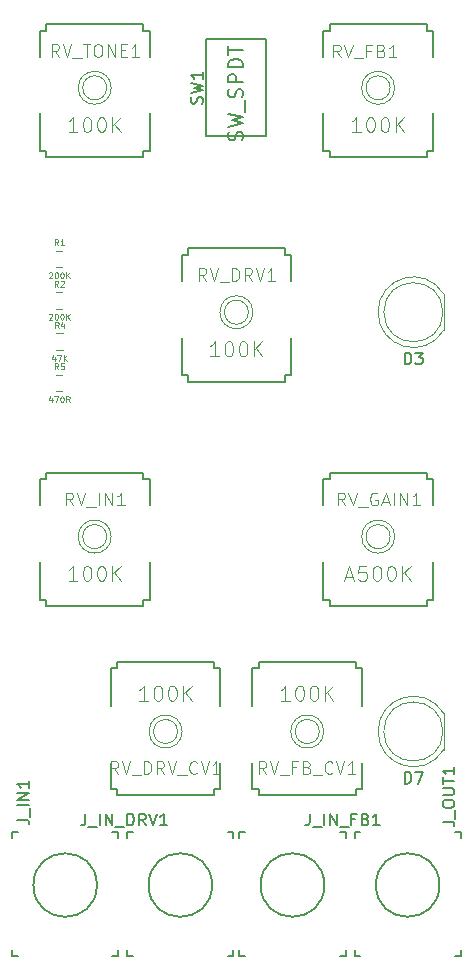
<source format=gto>
G04 #@! TF.GenerationSoftware,KiCad,Pcbnew,(5.0.2)-1*
G04 #@! TF.CreationDate,2019-04-06T15:29:36+02:00*
G04 #@! TF.ProjectId,Corona_controlBoard,436f726f-6e61-45f6-936f-6e74726f6c42,1*
G04 #@! TF.SameCoordinates,Original*
G04 #@! TF.FileFunction,Legend,Top*
G04 #@! TF.FilePolarity,Positive*
%FSLAX46Y46*%
G04 Gerber Fmt 4.6, Leading zero omitted, Abs format (unit mm)*
G04 Created by KiCad (PCBNEW (5.0.2)-1) date 6-4-2019 15:29:36*
%MOMM*%
%LPD*%
G01*
G04 APERTURE LIST*
%ADD10C,0.120000*%
%ADD11C,0.127000*%
%ADD12C,0.203200*%
%ADD13C,0.050800*%
%ADD14C,0.150000*%
%ADD15C,0.076200*%
%ADD16C,0.101600*%
%ADD17C,0.100000*%
G04 APERTURE END LIST*
D10*
G04 #@! TO.C,D3*
X36540000Y-55045000D02*
X36540000Y-51955000D01*
X36480000Y-53500000D02*
G75*
G03X36480000Y-53500000I-2500000J0D01*
G01*
X30990000Y-53500462D02*
G75*
G02X36540000Y-51955170I2990000J462D01*
G01*
X30990000Y-53499538D02*
G75*
G03X36540000Y-55044830I2990000J-462D01*
G01*
G04 #@! TO.C,D7*
X36540000Y-90545000D02*
X36540000Y-87455000D01*
X36480000Y-89000000D02*
G75*
G03X36480000Y-89000000I-2500000J0D01*
G01*
X30990000Y-89000462D02*
G75*
G02X36540000Y-87455170I2990000J462D01*
G01*
X30990000Y-88999538D02*
G75*
G03X36540000Y-90544830I2990000J-462D01*
G01*
D11*
G04 #@! TO.C,J_IN1*
X7189860Y-102000000D02*
G75*
G03X7189860Y-102000000I-2689860J0D01*
G01*
X8998340Y-97501660D02*
X8497960Y-97501660D01*
X8998340Y-98002040D02*
X8998340Y-97501660D01*
X1660Y-97501660D02*
X502040Y-97501660D01*
X1660Y-98002040D02*
X1660Y-97501660D01*
X1660Y-107999480D02*
X1660Y-107499100D01*
X502040Y-107999480D02*
X1660Y-107999480D01*
X8998340Y-107999480D02*
X8497960Y-107999480D01*
X8998340Y-107499100D02*
X8998340Y-107999480D01*
G04 #@! TO.C,J_OUT1*
X37998340Y-107499100D02*
X37998340Y-107999480D01*
X37998340Y-107999480D02*
X37497960Y-107999480D01*
X29502040Y-107999480D02*
X29001660Y-107999480D01*
X29001660Y-107999480D02*
X29001660Y-107499100D01*
X29001660Y-98002040D02*
X29001660Y-97501660D01*
X29001660Y-97501660D02*
X29502040Y-97501660D01*
X37998340Y-98002040D02*
X37998340Y-97501660D01*
X37998340Y-97501660D02*
X37497960Y-97501660D01*
X36189860Y-102000000D02*
G75*
G03X36189860Y-102000000I-2689860J0D01*
G01*
D12*
G04 #@! TO.C,RV_FB1*
X26900440Y-29102500D02*
X35099560Y-29102500D01*
X35099560Y-40397880D02*
X26900440Y-40397880D01*
X26900440Y-29651140D02*
X26351800Y-29651140D01*
X26900440Y-29102500D02*
X26900440Y-29651140D01*
X26900440Y-39849240D02*
X26900440Y-40397880D01*
X26351800Y-39849240D02*
X26900440Y-39849240D01*
X35099560Y-39849240D02*
X35648200Y-39849240D01*
X35099560Y-40397880D02*
X35099560Y-39849240D01*
X35099560Y-29651140D02*
X35099560Y-29102500D01*
X35648200Y-29651140D02*
X35099560Y-29651140D01*
X26351800Y-31850780D02*
X26351800Y-29651140D01*
X26351800Y-39849240D02*
X26351800Y-36648840D01*
X35648200Y-29651140D02*
X35648200Y-31850780D01*
X35648200Y-36648840D02*
X35648200Y-39849240D01*
D13*
X32397000Y-34500000D02*
G75*
G03X32397000Y-34500000I-1397000J0D01*
G01*
X32016000Y-34500000D02*
G75*
G03X32016000Y-34500000I-1016000J0D01*
G01*
D11*
G04 #@! TO.C,SW1*
X16460000Y-38599560D02*
X16460000Y-30400440D01*
X16460000Y-30400440D02*
X21540000Y-30400440D01*
X21540000Y-30400440D02*
X21540000Y-38599560D01*
X21540000Y-38599560D02*
X16460000Y-38599560D01*
D13*
G04 #@! TO.C,RV_GAIN1*
X32016000Y-72500000D02*
G75*
G03X32016000Y-72500000I-1016000J0D01*
G01*
X32397000Y-72500000D02*
G75*
G03X32397000Y-72500000I-1397000J0D01*
G01*
D12*
X35648200Y-74648840D02*
X35648200Y-77849240D01*
X35648200Y-67651140D02*
X35648200Y-69850780D01*
X26351800Y-77849240D02*
X26351800Y-74648840D01*
X26351800Y-69850780D02*
X26351800Y-67651140D01*
X35648200Y-67651140D02*
X35099560Y-67651140D01*
X35099560Y-67651140D02*
X35099560Y-67102500D01*
X35099560Y-78397880D02*
X35099560Y-77849240D01*
X35099560Y-77849240D02*
X35648200Y-77849240D01*
X26351800Y-77849240D02*
X26900440Y-77849240D01*
X26900440Y-77849240D02*
X26900440Y-78397880D01*
X26900440Y-67102500D02*
X26900440Y-67651140D01*
X26900440Y-67651140D02*
X26351800Y-67651140D01*
X35099560Y-78397880D02*
X26900440Y-78397880D01*
X26900440Y-67102500D02*
X35099560Y-67102500D01*
D11*
G04 #@! TO.C,J_IN_DRV1*
X18748340Y-107499100D02*
X18748340Y-107999480D01*
X18748340Y-107999480D02*
X18247960Y-107999480D01*
X10252040Y-107999480D02*
X9751660Y-107999480D01*
X9751660Y-107999480D02*
X9751660Y-107499100D01*
X9751660Y-98002040D02*
X9751660Y-97501660D01*
X9751660Y-97501660D02*
X10252040Y-97501660D01*
X18748340Y-98002040D02*
X18748340Y-97501660D01*
X18748340Y-97501660D02*
X18247960Y-97501660D01*
X16939860Y-102000000D02*
G75*
G03X16939860Y-102000000I-2689860J0D01*
G01*
G04 #@! TO.C,J_IN_FB1*
X26439860Y-102000000D02*
G75*
G03X26439860Y-102000000I-2689860J0D01*
G01*
X28248340Y-97501660D02*
X27747960Y-97501660D01*
X28248340Y-98002040D02*
X28248340Y-97501660D01*
X19251660Y-97501660D02*
X19752040Y-97501660D01*
X19251660Y-98002040D02*
X19251660Y-97501660D01*
X19251660Y-107999480D02*
X19251660Y-107499100D01*
X19752040Y-107999480D02*
X19251660Y-107999480D01*
X28248340Y-107999480D02*
X27747960Y-107999480D01*
X28248340Y-107499100D02*
X28248340Y-107999480D01*
D12*
G04 #@! TO.C,RV_DRV1*
X14900440Y-48102500D02*
X23099560Y-48102500D01*
X23099560Y-59397880D02*
X14900440Y-59397880D01*
X14900440Y-48651140D02*
X14351800Y-48651140D01*
X14900440Y-48102500D02*
X14900440Y-48651140D01*
X14900440Y-58849240D02*
X14900440Y-59397880D01*
X14351800Y-58849240D02*
X14900440Y-58849240D01*
X23099560Y-58849240D02*
X23648200Y-58849240D01*
X23099560Y-59397880D02*
X23099560Y-58849240D01*
X23099560Y-48651140D02*
X23099560Y-48102500D01*
X23648200Y-48651140D02*
X23099560Y-48651140D01*
X14351800Y-50850780D02*
X14351800Y-48651140D01*
X14351800Y-58849240D02*
X14351800Y-55648840D01*
X23648200Y-48651140D02*
X23648200Y-50850780D01*
X23648200Y-55648840D02*
X23648200Y-58849240D01*
D13*
X20397000Y-53500000D02*
G75*
G03X20397000Y-53500000I-1397000J0D01*
G01*
X20016000Y-53500000D02*
G75*
G03X20016000Y-53500000I-1016000J0D01*
G01*
G04 #@! TO.C,RV_DRV_CV1*
X14016000Y-89000000D02*
G75*
G03X14016000Y-89000000I-1016000J0D01*
G01*
X14397000Y-89000000D02*
G75*
G03X14397000Y-89000000I-1397000J0D01*
G01*
D12*
X8351800Y-86851160D02*
X8351800Y-83650760D01*
X8351800Y-93848860D02*
X8351800Y-91649220D01*
X17648200Y-83650760D02*
X17648200Y-86851160D01*
X17648200Y-91649220D02*
X17648200Y-93848860D01*
X8351800Y-93848860D02*
X8900440Y-93848860D01*
X8900440Y-93848860D02*
X8900440Y-94397500D01*
X8900440Y-83102120D02*
X8900440Y-83650760D01*
X8900440Y-83650760D02*
X8351800Y-83650760D01*
X17648200Y-83650760D02*
X17099560Y-83650760D01*
X17099560Y-83650760D02*
X17099560Y-83102120D01*
X17099560Y-94397500D02*
X17099560Y-93848860D01*
X17099560Y-93848860D02*
X17648200Y-93848860D01*
X8900440Y-83102120D02*
X17099560Y-83102120D01*
X17099560Y-94397500D02*
X8900440Y-94397500D01*
D13*
G04 #@! TO.C,RV_FB_CV1*
X26016000Y-89000000D02*
G75*
G03X26016000Y-89000000I-1016000J0D01*
G01*
X26397000Y-89000000D02*
G75*
G03X26397000Y-89000000I-1397000J0D01*
G01*
D12*
X20351800Y-86851160D02*
X20351800Y-83650760D01*
X20351800Y-93848860D02*
X20351800Y-91649220D01*
X29648200Y-83650760D02*
X29648200Y-86851160D01*
X29648200Y-91649220D02*
X29648200Y-93848860D01*
X20351800Y-93848860D02*
X20900440Y-93848860D01*
X20900440Y-93848860D02*
X20900440Y-94397500D01*
X20900440Y-83102120D02*
X20900440Y-83650760D01*
X20900440Y-83650760D02*
X20351800Y-83650760D01*
X29648200Y-83650760D02*
X29099560Y-83650760D01*
X29099560Y-83650760D02*
X29099560Y-83102120D01*
X29099560Y-94397500D02*
X29099560Y-93848860D01*
X29099560Y-93848860D02*
X29648200Y-93848860D01*
X20900440Y-83102120D02*
X29099560Y-83102120D01*
X29099560Y-94397500D02*
X20900440Y-94397500D01*
D13*
G04 #@! TO.C,RV_IN1*
X8016000Y-72500000D02*
G75*
G03X8016000Y-72500000I-1016000J0D01*
G01*
X8397000Y-72500000D02*
G75*
G03X8397000Y-72500000I-1397000J0D01*
G01*
D12*
X11648200Y-74648840D02*
X11648200Y-77849240D01*
X11648200Y-67651140D02*
X11648200Y-69850780D01*
X2351800Y-77849240D02*
X2351800Y-74648840D01*
X2351800Y-69850780D02*
X2351800Y-67651140D01*
X11648200Y-67651140D02*
X11099560Y-67651140D01*
X11099560Y-67651140D02*
X11099560Y-67102500D01*
X11099560Y-78397880D02*
X11099560Y-77849240D01*
X11099560Y-77849240D02*
X11648200Y-77849240D01*
X2351800Y-77849240D02*
X2900440Y-77849240D01*
X2900440Y-77849240D02*
X2900440Y-78397880D01*
X2900440Y-67102500D02*
X2900440Y-67651140D01*
X2900440Y-67651140D02*
X2351800Y-67651140D01*
X11099560Y-78397880D02*
X2900440Y-78397880D01*
X2900440Y-67102500D02*
X11099560Y-67102500D01*
G04 #@! TO.C,RV_TONE1*
X2900440Y-29102500D02*
X11099560Y-29102500D01*
X11099560Y-40397880D02*
X2900440Y-40397880D01*
X2900440Y-29651140D02*
X2351800Y-29651140D01*
X2900440Y-29102500D02*
X2900440Y-29651140D01*
X2900440Y-39849240D02*
X2900440Y-40397880D01*
X2351800Y-39849240D02*
X2900440Y-39849240D01*
X11099560Y-39849240D02*
X11648200Y-39849240D01*
X11099560Y-40397880D02*
X11099560Y-39849240D01*
X11099560Y-29651140D02*
X11099560Y-29102500D01*
X11648200Y-29651140D02*
X11099560Y-29651140D01*
X2351800Y-31850780D02*
X2351800Y-29651140D01*
X2351800Y-39849240D02*
X2351800Y-36648840D01*
X11648200Y-29651140D02*
X11648200Y-31850780D01*
X11648200Y-36648840D02*
X11648200Y-39849240D01*
D13*
X8397000Y-34500000D02*
G75*
G03X8397000Y-34500000I-1397000J0D01*
G01*
X8016000Y-34500000D02*
G75*
G03X8016000Y-34500000I-1016000J0D01*
G01*
D10*
G04 #@! TO.C,R1*
X3738748Y-48290000D02*
X4261252Y-48290000D01*
X3738748Y-49710000D02*
X4261252Y-49710000D01*
G04 #@! TO.C,R2*
X3738748Y-51790000D02*
X4261252Y-51790000D01*
X3738748Y-53210000D02*
X4261252Y-53210000D01*
G04 #@! TO.C,R4*
X3763748Y-55290000D02*
X4286252Y-55290000D01*
X3763748Y-56710000D02*
X4286252Y-56710000D01*
G04 #@! TO.C,R5*
X3738748Y-60210000D02*
X4261252Y-60210000D01*
X3738748Y-58790000D02*
X4261252Y-58790000D01*
G04 #@! TO.C,D3*
D14*
X33241904Y-57912380D02*
X33241904Y-56912380D01*
X33480000Y-56912380D01*
X33622857Y-56960000D01*
X33718095Y-57055238D01*
X33765714Y-57150476D01*
X33813333Y-57340952D01*
X33813333Y-57483809D01*
X33765714Y-57674285D01*
X33718095Y-57769523D01*
X33622857Y-57864761D01*
X33480000Y-57912380D01*
X33241904Y-57912380D01*
X34146666Y-56912380D02*
X34765714Y-56912380D01*
X34432380Y-57293333D01*
X34575238Y-57293333D01*
X34670476Y-57340952D01*
X34718095Y-57388571D01*
X34765714Y-57483809D01*
X34765714Y-57721904D01*
X34718095Y-57817142D01*
X34670476Y-57864761D01*
X34575238Y-57912380D01*
X34289523Y-57912380D01*
X34194285Y-57864761D01*
X34146666Y-57817142D01*
G04 #@! TO.C,D7*
X33241904Y-93412380D02*
X33241904Y-92412380D01*
X33480000Y-92412380D01*
X33622857Y-92460000D01*
X33718095Y-92555238D01*
X33765714Y-92650476D01*
X33813333Y-92840952D01*
X33813333Y-92983809D01*
X33765714Y-93174285D01*
X33718095Y-93269523D01*
X33622857Y-93364761D01*
X33480000Y-93412380D01*
X33241904Y-93412380D01*
X34146666Y-92412380D02*
X34813333Y-92412380D01*
X34384761Y-93412380D01*
G04 #@! TO.C,J_IN1*
X452380Y-96476190D02*
X1166666Y-96476190D01*
X1309523Y-96523809D01*
X1404761Y-96619047D01*
X1452380Y-96761904D01*
X1452380Y-96857142D01*
X1547619Y-96238095D02*
X1547619Y-95476190D01*
X1452380Y-95238095D02*
X452380Y-95238095D01*
X1452380Y-94761904D02*
X452380Y-94761904D01*
X1452380Y-94190476D01*
X452380Y-94190476D01*
X1452380Y-93190476D02*
X1452380Y-93761904D01*
X1452380Y-93476190D02*
X452380Y-93476190D01*
X595238Y-93571428D01*
X690476Y-93666666D01*
X738095Y-93761904D01*
G04 #@! TO.C,J_OUT1*
X36452380Y-96642857D02*
X37166666Y-96642857D01*
X37309523Y-96690476D01*
X37404761Y-96785714D01*
X37452380Y-96928571D01*
X37452380Y-97023809D01*
X37547619Y-96404761D02*
X37547619Y-95642857D01*
X36452380Y-95214285D02*
X36452380Y-95023809D01*
X36500000Y-94928571D01*
X36595238Y-94833333D01*
X36785714Y-94785714D01*
X37119047Y-94785714D01*
X37309523Y-94833333D01*
X37404761Y-94928571D01*
X37452380Y-95023809D01*
X37452380Y-95214285D01*
X37404761Y-95309523D01*
X37309523Y-95404761D01*
X37119047Y-95452380D01*
X36785714Y-95452380D01*
X36595238Y-95404761D01*
X36500000Y-95309523D01*
X36452380Y-95214285D01*
X36452380Y-94357142D02*
X37261904Y-94357142D01*
X37357142Y-94309523D01*
X37404761Y-94261904D01*
X37452380Y-94166666D01*
X37452380Y-93976190D01*
X37404761Y-93880952D01*
X37357142Y-93833333D01*
X37261904Y-93785714D01*
X36452380Y-93785714D01*
X36452380Y-93452380D02*
X36452380Y-92880952D01*
X37452380Y-93166666D02*
X36452380Y-93166666D01*
X37452380Y-92023809D02*
X37452380Y-92595238D01*
X37452380Y-92309523D02*
X36452380Y-92309523D01*
X36595238Y-92404761D01*
X36690476Y-92500000D01*
X36738095Y-92595238D01*
G04 #@! TO.C,RV_FB1*
D15*
X27825000Y-31909200D02*
X27469400Y-31401200D01*
X27215400Y-31909200D02*
X27215400Y-30842400D01*
X27621800Y-30842400D01*
X27723400Y-30893200D01*
X27774200Y-30944000D01*
X27825000Y-31045600D01*
X27825000Y-31198000D01*
X27774200Y-31299600D01*
X27723400Y-31350400D01*
X27621800Y-31401200D01*
X27215400Y-31401200D01*
X28129800Y-30842400D02*
X28485400Y-31909200D01*
X28841000Y-30842400D01*
X28942600Y-32010800D02*
X29755400Y-32010800D01*
X30365000Y-31350400D02*
X30009400Y-31350400D01*
X30009400Y-31909200D02*
X30009400Y-30842400D01*
X30517400Y-30842400D01*
X31279400Y-31350400D02*
X31431800Y-31401200D01*
X31482600Y-31452000D01*
X31533400Y-31553600D01*
X31533400Y-31706000D01*
X31482600Y-31807600D01*
X31431800Y-31858400D01*
X31330200Y-31909200D01*
X30923800Y-31909200D01*
X30923800Y-30842400D01*
X31279400Y-30842400D01*
X31381000Y-30893200D01*
X31431800Y-30944000D01*
X31482600Y-31045600D01*
X31482600Y-31147200D01*
X31431800Y-31248800D01*
X31381000Y-31299600D01*
X31279400Y-31350400D01*
X30923800Y-31350400D01*
X32549400Y-31909200D02*
X31939800Y-31909200D01*
X32244600Y-31909200D02*
X32244600Y-30842400D01*
X32143000Y-30994800D01*
X32041400Y-31096400D01*
X31939800Y-31147200D01*
D16*
X29518333Y-38249523D02*
X28792619Y-38249523D01*
X29155476Y-38249523D02*
X29155476Y-36979523D01*
X29034523Y-37160952D01*
X28913571Y-37281904D01*
X28792619Y-37342380D01*
X30304523Y-36979523D02*
X30425476Y-36979523D01*
X30546428Y-37040000D01*
X30606904Y-37100476D01*
X30667380Y-37221428D01*
X30727857Y-37463333D01*
X30727857Y-37765714D01*
X30667380Y-38007619D01*
X30606904Y-38128571D01*
X30546428Y-38189047D01*
X30425476Y-38249523D01*
X30304523Y-38249523D01*
X30183571Y-38189047D01*
X30123095Y-38128571D01*
X30062619Y-38007619D01*
X30002142Y-37765714D01*
X30002142Y-37463333D01*
X30062619Y-37221428D01*
X30123095Y-37100476D01*
X30183571Y-37040000D01*
X30304523Y-36979523D01*
X31514047Y-36979523D02*
X31635000Y-36979523D01*
X31755952Y-37040000D01*
X31816428Y-37100476D01*
X31876904Y-37221428D01*
X31937380Y-37463333D01*
X31937380Y-37765714D01*
X31876904Y-38007619D01*
X31816428Y-38128571D01*
X31755952Y-38189047D01*
X31635000Y-38249523D01*
X31514047Y-38249523D01*
X31393095Y-38189047D01*
X31332619Y-38128571D01*
X31272142Y-38007619D01*
X31211666Y-37765714D01*
X31211666Y-37463333D01*
X31272142Y-37221428D01*
X31332619Y-37100476D01*
X31393095Y-37040000D01*
X31514047Y-36979523D01*
X32481666Y-38249523D02*
X32481666Y-36979523D01*
X33207380Y-38249523D02*
X32663095Y-37523809D01*
X33207380Y-36979523D02*
X32481666Y-37705238D01*
G04 #@! TO.C,SW1*
D14*
X16102761Y-35833333D02*
X16150380Y-35690476D01*
X16150380Y-35452380D01*
X16102761Y-35357142D01*
X16055142Y-35309523D01*
X15959904Y-35261904D01*
X15864666Y-35261904D01*
X15769428Y-35309523D01*
X15721809Y-35357142D01*
X15674190Y-35452380D01*
X15626571Y-35642857D01*
X15578952Y-35738095D01*
X15531333Y-35785714D01*
X15436095Y-35833333D01*
X15340857Y-35833333D01*
X15245619Y-35785714D01*
X15198000Y-35738095D01*
X15150380Y-35642857D01*
X15150380Y-35404761D01*
X15198000Y-35261904D01*
X15150380Y-34928571D02*
X16150380Y-34690476D01*
X15436095Y-34500000D01*
X16150380Y-34309523D01*
X15150380Y-34071428D01*
X16150380Y-33166666D02*
X16150380Y-33738095D01*
X16150380Y-33452380D02*
X15150380Y-33452380D01*
X15293238Y-33547619D01*
X15388476Y-33642857D01*
X15436095Y-33738095D01*
X19514047Y-38947952D02*
X19574523Y-38766523D01*
X19574523Y-38464142D01*
X19514047Y-38343190D01*
X19453571Y-38282714D01*
X19332619Y-38222238D01*
X19211666Y-38222238D01*
X19090714Y-38282714D01*
X19030238Y-38343190D01*
X18969761Y-38464142D01*
X18909285Y-38706047D01*
X18848809Y-38827000D01*
X18788333Y-38887476D01*
X18667380Y-38947952D01*
X18546428Y-38947952D01*
X18425476Y-38887476D01*
X18365000Y-38827000D01*
X18304523Y-38706047D01*
X18304523Y-38403666D01*
X18365000Y-38222238D01*
X18304523Y-37798904D02*
X19574523Y-37496523D01*
X18667380Y-37254619D01*
X19574523Y-37012714D01*
X18304523Y-36710333D01*
X19695476Y-36528904D02*
X19695476Y-35561285D01*
X19514047Y-35319380D02*
X19574523Y-35137952D01*
X19574523Y-34835571D01*
X19514047Y-34714619D01*
X19453571Y-34654142D01*
X19332619Y-34593666D01*
X19211666Y-34593666D01*
X19090714Y-34654142D01*
X19030238Y-34714619D01*
X18969761Y-34835571D01*
X18909285Y-35077476D01*
X18848809Y-35198428D01*
X18788333Y-35258904D01*
X18667380Y-35319380D01*
X18546428Y-35319380D01*
X18425476Y-35258904D01*
X18365000Y-35198428D01*
X18304523Y-35077476D01*
X18304523Y-34775095D01*
X18365000Y-34593666D01*
X19574523Y-34049380D02*
X18304523Y-34049380D01*
X18304523Y-33565571D01*
X18365000Y-33444619D01*
X18425476Y-33384142D01*
X18546428Y-33323666D01*
X18727857Y-33323666D01*
X18848809Y-33384142D01*
X18909285Y-33444619D01*
X18969761Y-33565571D01*
X18969761Y-34049380D01*
X19574523Y-32779380D02*
X18304523Y-32779380D01*
X18304523Y-32477000D01*
X18365000Y-32295571D01*
X18485952Y-32174619D01*
X18606904Y-32114142D01*
X18848809Y-32053666D01*
X19030238Y-32053666D01*
X19272142Y-32114142D01*
X19393095Y-32174619D01*
X19514047Y-32295571D01*
X19574523Y-32477000D01*
X19574523Y-32779380D01*
X18304523Y-31690809D02*
X18304523Y-30965095D01*
X19574523Y-31327952D02*
X18304523Y-31327952D01*
G04 #@! TO.C,RV_GAIN1*
D15*
X28180600Y-69858400D02*
X27825000Y-69350400D01*
X27571000Y-69858400D02*
X27571000Y-68791600D01*
X27977400Y-68791600D01*
X28079000Y-68842400D01*
X28129800Y-68893200D01*
X28180600Y-68994800D01*
X28180600Y-69147200D01*
X28129800Y-69248800D01*
X28079000Y-69299600D01*
X27977400Y-69350400D01*
X27571000Y-69350400D01*
X28485400Y-68791600D02*
X28841000Y-69858400D01*
X29196600Y-68791600D01*
X29298200Y-69960000D02*
X30111000Y-69960000D01*
X30923800Y-68842400D02*
X30822200Y-68791600D01*
X30669800Y-68791600D01*
X30517400Y-68842400D01*
X30415800Y-68944000D01*
X30365000Y-69045600D01*
X30314200Y-69248800D01*
X30314200Y-69401200D01*
X30365000Y-69604400D01*
X30415800Y-69706000D01*
X30517400Y-69807600D01*
X30669800Y-69858400D01*
X30771400Y-69858400D01*
X30923800Y-69807600D01*
X30974600Y-69756800D01*
X30974600Y-69401200D01*
X30771400Y-69401200D01*
X31381000Y-69553600D02*
X31889000Y-69553600D01*
X31279400Y-69858400D02*
X31635000Y-68791600D01*
X31990600Y-69858400D01*
X32346200Y-69858400D02*
X32346200Y-68791600D01*
X32854200Y-69858400D02*
X32854200Y-68791600D01*
X33463800Y-69858400D01*
X33463800Y-68791600D01*
X34530600Y-69858400D02*
X33921000Y-69858400D01*
X34225800Y-69858400D02*
X34225800Y-68791600D01*
X34124200Y-68944000D01*
X34022600Y-69045600D01*
X33921000Y-69096400D01*
D16*
X28248333Y-75886666D02*
X28853095Y-75886666D01*
X28127380Y-76249523D02*
X28550714Y-74979523D01*
X28974047Y-76249523D01*
X30002142Y-74979523D02*
X29397380Y-74979523D01*
X29336904Y-75584285D01*
X29397380Y-75523809D01*
X29518333Y-75463333D01*
X29820714Y-75463333D01*
X29941666Y-75523809D01*
X30002142Y-75584285D01*
X30062619Y-75705238D01*
X30062619Y-76007619D01*
X30002142Y-76128571D01*
X29941666Y-76189047D01*
X29820714Y-76249523D01*
X29518333Y-76249523D01*
X29397380Y-76189047D01*
X29336904Y-76128571D01*
X30848809Y-74979523D02*
X30969761Y-74979523D01*
X31090714Y-75040000D01*
X31151190Y-75100476D01*
X31211666Y-75221428D01*
X31272142Y-75463333D01*
X31272142Y-75765714D01*
X31211666Y-76007619D01*
X31151190Y-76128571D01*
X31090714Y-76189047D01*
X30969761Y-76249523D01*
X30848809Y-76249523D01*
X30727857Y-76189047D01*
X30667380Y-76128571D01*
X30606904Y-76007619D01*
X30546428Y-75765714D01*
X30546428Y-75463333D01*
X30606904Y-75221428D01*
X30667380Y-75100476D01*
X30727857Y-75040000D01*
X30848809Y-74979523D01*
X32058333Y-74979523D02*
X32179285Y-74979523D01*
X32300238Y-75040000D01*
X32360714Y-75100476D01*
X32421190Y-75221428D01*
X32481666Y-75463333D01*
X32481666Y-75765714D01*
X32421190Y-76007619D01*
X32360714Y-76128571D01*
X32300238Y-76189047D01*
X32179285Y-76249523D01*
X32058333Y-76249523D01*
X31937380Y-76189047D01*
X31876904Y-76128571D01*
X31816428Y-76007619D01*
X31755952Y-75765714D01*
X31755952Y-75463333D01*
X31816428Y-75221428D01*
X31876904Y-75100476D01*
X31937380Y-75040000D01*
X32058333Y-74979523D01*
X33025952Y-76249523D02*
X33025952Y-74979523D01*
X33751666Y-76249523D02*
X33207380Y-75523809D01*
X33751666Y-74979523D02*
X33025952Y-75705238D01*
G04 #@! TO.C,J_IN_DRV1*
D14*
X6214285Y-95952380D02*
X6214285Y-96666666D01*
X6166666Y-96809523D01*
X6071428Y-96904761D01*
X5928571Y-96952380D01*
X5833333Y-96952380D01*
X6452380Y-97047619D02*
X7214285Y-97047619D01*
X7452380Y-96952380D02*
X7452380Y-95952380D01*
X7928571Y-96952380D02*
X7928571Y-95952380D01*
X8500000Y-96952380D01*
X8500000Y-95952380D01*
X8738095Y-97047619D02*
X9500000Y-97047619D01*
X9738095Y-96952380D02*
X9738095Y-95952380D01*
X9976190Y-95952380D01*
X10119047Y-96000000D01*
X10214285Y-96095238D01*
X10261904Y-96190476D01*
X10309523Y-96380952D01*
X10309523Y-96523809D01*
X10261904Y-96714285D01*
X10214285Y-96809523D01*
X10119047Y-96904761D01*
X9976190Y-96952380D01*
X9738095Y-96952380D01*
X11309523Y-96952380D02*
X10976190Y-96476190D01*
X10738095Y-96952380D02*
X10738095Y-95952380D01*
X11119047Y-95952380D01*
X11214285Y-96000000D01*
X11261904Y-96047619D01*
X11309523Y-96142857D01*
X11309523Y-96285714D01*
X11261904Y-96380952D01*
X11214285Y-96428571D01*
X11119047Y-96476190D01*
X10738095Y-96476190D01*
X11595238Y-95952380D02*
X11928571Y-96952380D01*
X12261904Y-95952380D01*
X13119047Y-96952380D02*
X12547619Y-96952380D01*
X12833333Y-96952380D02*
X12833333Y-95952380D01*
X12738095Y-96095238D01*
X12642857Y-96190476D01*
X12547619Y-96238095D01*
G04 #@! TO.C,J_IN_FB1*
X25214285Y-95952380D02*
X25214285Y-96666666D01*
X25166666Y-96809523D01*
X25071428Y-96904761D01*
X24928571Y-96952380D01*
X24833333Y-96952380D01*
X25452380Y-97047619D02*
X26214285Y-97047619D01*
X26452380Y-96952380D02*
X26452380Y-95952380D01*
X26928571Y-96952380D02*
X26928571Y-95952380D01*
X27500000Y-96952380D01*
X27500000Y-95952380D01*
X27738095Y-97047619D02*
X28500000Y-97047619D01*
X29071428Y-96428571D02*
X28738095Y-96428571D01*
X28738095Y-96952380D02*
X28738095Y-95952380D01*
X29214285Y-95952380D01*
X29928571Y-96428571D02*
X30071428Y-96476190D01*
X30119047Y-96523809D01*
X30166666Y-96619047D01*
X30166666Y-96761904D01*
X30119047Y-96857142D01*
X30071428Y-96904761D01*
X29976190Y-96952380D01*
X29595238Y-96952380D01*
X29595238Y-95952380D01*
X29928571Y-95952380D01*
X30023809Y-96000000D01*
X30071428Y-96047619D01*
X30119047Y-96142857D01*
X30119047Y-96238095D01*
X30071428Y-96333333D01*
X30023809Y-96380952D01*
X29928571Y-96428571D01*
X29595238Y-96428571D01*
X31119047Y-96952380D02*
X30547619Y-96952380D01*
X30833333Y-96952380D02*
X30833333Y-95952380D01*
X30738095Y-96095238D01*
X30642857Y-96190476D01*
X30547619Y-96238095D01*
G04 #@! TO.C,RV_DRV1*
D15*
X16460000Y-50823499D02*
X16104400Y-50315499D01*
X15850400Y-50823499D02*
X15850400Y-49756699D01*
X16256800Y-49756699D01*
X16358400Y-49807499D01*
X16409200Y-49858299D01*
X16460000Y-49959899D01*
X16460000Y-50112299D01*
X16409200Y-50213899D01*
X16358400Y-50264699D01*
X16256800Y-50315499D01*
X15850400Y-50315499D01*
X16764800Y-49756699D02*
X17120400Y-50823499D01*
X17476000Y-49756699D01*
X17577600Y-50925099D02*
X18390400Y-50925099D01*
X18644400Y-50823499D02*
X18644400Y-49756699D01*
X18898400Y-49756699D01*
X19050800Y-49807499D01*
X19152400Y-49909099D01*
X19203200Y-50010699D01*
X19254000Y-50213899D01*
X19254000Y-50366299D01*
X19203200Y-50569499D01*
X19152400Y-50671099D01*
X19050800Y-50772699D01*
X18898400Y-50823499D01*
X18644400Y-50823499D01*
X20320800Y-50823499D02*
X19965200Y-50315499D01*
X19711200Y-50823499D02*
X19711200Y-49756699D01*
X20117600Y-49756699D01*
X20219200Y-49807499D01*
X20270000Y-49858299D01*
X20320800Y-49959899D01*
X20320800Y-50112299D01*
X20270000Y-50213899D01*
X20219200Y-50264699D01*
X20117600Y-50315499D01*
X19711200Y-50315499D01*
X20625600Y-49756699D02*
X20981200Y-50823499D01*
X21336800Y-49756699D01*
X22251200Y-50823499D02*
X21641600Y-50823499D01*
X21946400Y-50823499D02*
X21946400Y-49756699D01*
X21844800Y-49909099D01*
X21743200Y-50010699D01*
X21641600Y-50061499D01*
D16*
X17518333Y-57249523D02*
X16792619Y-57249523D01*
X17155476Y-57249523D02*
X17155476Y-55979523D01*
X17034523Y-56160952D01*
X16913571Y-56281904D01*
X16792619Y-56342380D01*
X18304523Y-55979523D02*
X18425476Y-55979523D01*
X18546428Y-56040000D01*
X18606904Y-56100476D01*
X18667380Y-56221428D01*
X18727857Y-56463333D01*
X18727857Y-56765714D01*
X18667380Y-57007619D01*
X18606904Y-57128571D01*
X18546428Y-57189047D01*
X18425476Y-57249523D01*
X18304523Y-57249523D01*
X18183571Y-57189047D01*
X18123095Y-57128571D01*
X18062619Y-57007619D01*
X18002142Y-56765714D01*
X18002142Y-56463333D01*
X18062619Y-56221428D01*
X18123095Y-56100476D01*
X18183571Y-56040000D01*
X18304523Y-55979523D01*
X19514047Y-55979523D02*
X19635000Y-55979523D01*
X19755952Y-56040000D01*
X19816428Y-56100476D01*
X19876904Y-56221428D01*
X19937380Y-56463333D01*
X19937380Y-56765714D01*
X19876904Y-57007619D01*
X19816428Y-57128571D01*
X19755952Y-57189047D01*
X19635000Y-57249523D01*
X19514047Y-57249523D01*
X19393095Y-57189047D01*
X19332619Y-57128571D01*
X19272142Y-57007619D01*
X19211666Y-56765714D01*
X19211666Y-56463333D01*
X19272142Y-56221428D01*
X19332619Y-56100476D01*
X19393095Y-56040000D01*
X19514047Y-55979523D01*
X20481666Y-57249523D02*
X20481666Y-55979523D01*
X21207380Y-57249523D02*
X20663095Y-56523809D01*
X21207380Y-55979523D02*
X20481666Y-56705238D01*
G04 #@! TO.C,RV_DRV_CV1*
D15*
X9012200Y-92606800D02*
X8656600Y-92098800D01*
X8402600Y-92606800D02*
X8402600Y-91540000D01*
X8809000Y-91540000D01*
X8910600Y-91590800D01*
X8961400Y-91641600D01*
X9012200Y-91743200D01*
X9012200Y-91895600D01*
X8961400Y-91997200D01*
X8910600Y-92048000D01*
X8809000Y-92098800D01*
X8402600Y-92098800D01*
X9317000Y-91540000D02*
X9672600Y-92606800D01*
X10028200Y-91540000D01*
X10129800Y-92708400D02*
X10942600Y-92708400D01*
X11196600Y-92606800D02*
X11196600Y-91540000D01*
X11450600Y-91540000D01*
X11603000Y-91590800D01*
X11704600Y-91692400D01*
X11755400Y-91794000D01*
X11806200Y-91997200D01*
X11806200Y-92149600D01*
X11755400Y-92352800D01*
X11704600Y-92454400D01*
X11603000Y-92556000D01*
X11450600Y-92606800D01*
X11196600Y-92606800D01*
X12873000Y-92606800D02*
X12517400Y-92098800D01*
X12263400Y-92606800D02*
X12263400Y-91540000D01*
X12669800Y-91540000D01*
X12771400Y-91590800D01*
X12822200Y-91641600D01*
X12873000Y-91743200D01*
X12873000Y-91895600D01*
X12822200Y-91997200D01*
X12771400Y-92048000D01*
X12669800Y-92098800D01*
X12263400Y-92098800D01*
X13177800Y-91540000D02*
X13533400Y-92606800D01*
X13889000Y-91540000D01*
X13990600Y-92708400D02*
X14803400Y-92708400D01*
X15667000Y-92505200D02*
X15616200Y-92556000D01*
X15463800Y-92606800D01*
X15362200Y-92606800D01*
X15209800Y-92556000D01*
X15108200Y-92454400D01*
X15057400Y-92352800D01*
X15006600Y-92149600D01*
X15006600Y-91997200D01*
X15057400Y-91794000D01*
X15108200Y-91692400D01*
X15209800Y-91590800D01*
X15362200Y-91540000D01*
X15463800Y-91540000D01*
X15616200Y-91590800D01*
X15667000Y-91641600D01*
X15971800Y-91540000D02*
X16327400Y-92606800D01*
X16683000Y-91540000D01*
X17597400Y-92606800D02*
X16987800Y-92606800D01*
X17292600Y-92606800D02*
X17292600Y-91540000D01*
X17191000Y-91692400D01*
X17089400Y-91794000D01*
X16987800Y-91844800D01*
D16*
X11518333Y-86399523D02*
X10792619Y-86399523D01*
X11155476Y-86399523D02*
X11155476Y-85129523D01*
X11034523Y-85310952D01*
X10913571Y-85431904D01*
X10792619Y-85492380D01*
X12304523Y-85129523D02*
X12425476Y-85129523D01*
X12546428Y-85190000D01*
X12606904Y-85250476D01*
X12667380Y-85371428D01*
X12727857Y-85613333D01*
X12727857Y-85915714D01*
X12667380Y-86157619D01*
X12606904Y-86278571D01*
X12546428Y-86339047D01*
X12425476Y-86399523D01*
X12304523Y-86399523D01*
X12183571Y-86339047D01*
X12123095Y-86278571D01*
X12062619Y-86157619D01*
X12002142Y-85915714D01*
X12002142Y-85613333D01*
X12062619Y-85371428D01*
X12123095Y-85250476D01*
X12183571Y-85190000D01*
X12304523Y-85129523D01*
X13514047Y-85129523D02*
X13635000Y-85129523D01*
X13755952Y-85190000D01*
X13816428Y-85250476D01*
X13876904Y-85371428D01*
X13937380Y-85613333D01*
X13937380Y-85915714D01*
X13876904Y-86157619D01*
X13816428Y-86278571D01*
X13755952Y-86339047D01*
X13635000Y-86399523D01*
X13514047Y-86399523D01*
X13393095Y-86339047D01*
X13332619Y-86278571D01*
X13272142Y-86157619D01*
X13211666Y-85915714D01*
X13211666Y-85613333D01*
X13272142Y-85371428D01*
X13332619Y-85250476D01*
X13393095Y-85190000D01*
X13514047Y-85129523D01*
X14481666Y-86399523D02*
X14481666Y-85129523D01*
X15207380Y-86399523D02*
X14663095Y-85673809D01*
X15207380Y-85129523D02*
X14481666Y-85855238D01*
G04 #@! TO.C,RV_FB_CV1*
D15*
X21545600Y-92606800D02*
X21190000Y-92098800D01*
X20936000Y-92606800D02*
X20936000Y-91540000D01*
X21342400Y-91540000D01*
X21444000Y-91590800D01*
X21494800Y-91641600D01*
X21545600Y-91743200D01*
X21545600Y-91895600D01*
X21494800Y-91997200D01*
X21444000Y-92048000D01*
X21342400Y-92098800D01*
X20936000Y-92098800D01*
X21850400Y-91540000D02*
X22206000Y-92606800D01*
X22561600Y-91540000D01*
X22663200Y-92708400D02*
X23476000Y-92708400D01*
X24085600Y-92048000D02*
X23730000Y-92048000D01*
X23730000Y-92606800D02*
X23730000Y-91540000D01*
X24238000Y-91540000D01*
X25000000Y-92048000D02*
X25152400Y-92098800D01*
X25203200Y-92149600D01*
X25254000Y-92251200D01*
X25254000Y-92403600D01*
X25203200Y-92505200D01*
X25152400Y-92556000D01*
X25050800Y-92606800D01*
X24644400Y-92606800D01*
X24644400Y-91540000D01*
X25000000Y-91540000D01*
X25101600Y-91590800D01*
X25152400Y-91641600D01*
X25203200Y-91743200D01*
X25203200Y-91844800D01*
X25152400Y-91946400D01*
X25101600Y-91997200D01*
X25000000Y-92048000D01*
X24644400Y-92048000D01*
X25457200Y-92708400D02*
X26270000Y-92708400D01*
X27133600Y-92505200D02*
X27082800Y-92556000D01*
X26930400Y-92606800D01*
X26828800Y-92606800D01*
X26676400Y-92556000D01*
X26574800Y-92454400D01*
X26524000Y-92352800D01*
X26473200Y-92149600D01*
X26473200Y-91997200D01*
X26524000Y-91794000D01*
X26574800Y-91692400D01*
X26676400Y-91590800D01*
X26828800Y-91540000D01*
X26930400Y-91540000D01*
X27082800Y-91590800D01*
X27133600Y-91641600D01*
X27438400Y-91540000D02*
X27794000Y-92606800D01*
X28149600Y-91540000D01*
X29064000Y-92606800D02*
X28454400Y-92606800D01*
X28759200Y-92606800D02*
X28759200Y-91540000D01*
X28657600Y-91692400D01*
X28556000Y-91794000D01*
X28454400Y-91844800D01*
D16*
X23518333Y-86399523D02*
X22792619Y-86399523D01*
X23155476Y-86399523D02*
X23155476Y-85129523D01*
X23034523Y-85310952D01*
X22913571Y-85431904D01*
X22792619Y-85492380D01*
X24304523Y-85129523D02*
X24425476Y-85129523D01*
X24546428Y-85190000D01*
X24606904Y-85250476D01*
X24667380Y-85371428D01*
X24727857Y-85613333D01*
X24727857Y-85915714D01*
X24667380Y-86157619D01*
X24606904Y-86278571D01*
X24546428Y-86339047D01*
X24425476Y-86399523D01*
X24304523Y-86399523D01*
X24183571Y-86339047D01*
X24123095Y-86278571D01*
X24062619Y-86157619D01*
X24002142Y-85915714D01*
X24002142Y-85613333D01*
X24062619Y-85371428D01*
X24123095Y-85250476D01*
X24183571Y-85190000D01*
X24304523Y-85129523D01*
X25514047Y-85129523D02*
X25635000Y-85129523D01*
X25755952Y-85190000D01*
X25816428Y-85250476D01*
X25876904Y-85371428D01*
X25937380Y-85613333D01*
X25937380Y-85915714D01*
X25876904Y-86157619D01*
X25816428Y-86278571D01*
X25755952Y-86339047D01*
X25635000Y-86399523D01*
X25514047Y-86399523D01*
X25393095Y-86339047D01*
X25332619Y-86278571D01*
X25272142Y-86157619D01*
X25211666Y-85915714D01*
X25211666Y-85613333D01*
X25272142Y-85371428D01*
X25332619Y-85250476D01*
X25393095Y-85190000D01*
X25514047Y-85129523D01*
X26481666Y-86399523D02*
X26481666Y-85129523D01*
X27207380Y-86399523D02*
X26663095Y-85673809D01*
X27207380Y-85129523D02*
X26481666Y-85855238D01*
G04 #@! TO.C,RV_IN1*
D15*
X5171200Y-69858400D02*
X4815600Y-69350400D01*
X4561600Y-69858400D02*
X4561600Y-68791600D01*
X4968000Y-68791600D01*
X5069600Y-68842400D01*
X5120400Y-68893200D01*
X5171200Y-68994800D01*
X5171200Y-69147200D01*
X5120400Y-69248800D01*
X5069600Y-69299600D01*
X4968000Y-69350400D01*
X4561600Y-69350400D01*
X5476000Y-68791600D02*
X5831600Y-69858400D01*
X6187200Y-68791600D01*
X6288800Y-69960000D02*
X7101600Y-69960000D01*
X7355600Y-69858400D02*
X7355600Y-68791600D01*
X7863600Y-69858400D02*
X7863600Y-68791600D01*
X8473200Y-69858400D01*
X8473200Y-68791600D01*
X9540000Y-69858400D02*
X8930400Y-69858400D01*
X9235200Y-69858400D02*
X9235200Y-68791600D01*
X9133600Y-68944000D01*
X9032000Y-69045600D01*
X8930400Y-69096400D01*
D16*
X5518333Y-76249523D02*
X4792619Y-76249523D01*
X5155476Y-76249523D02*
X5155476Y-74979523D01*
X5034523Y-75160952D01*
X4913571Y-75281904D01*
X4792619Y-75342380D01*
X6304523Y-74979523D02*
X6425476Y-74979523D01*
X6546428Y-75040000D01*
X6606904Y-75100476D01*
X6667380Y-75221428D01*
X6727857Y-75463333D01*
X6727857Y-75765714D01*
X6667380Y-76007619D01*
X6606904Y-76128571D01*
X6546428Y-76189047D01*
X6425476Y-76249523D01*
X6304523Y-76249523D01*
X6183571Y-76189047D01*
X6123095Y-76128571D01*
X6062619Y-76007619D01*
X6002142Y-75765714D01*
X6002142Y-75463333D01*
X6062619Y-75221428D01*
X6123095Y-75100476D01*
X6183571Y-75040000D01*
X6304523Y-74979523D01*
X7514047Y-74979523D02*
X7635000Y-74979523D01*
X7755952Y-75040000D01*
X7816428Y-75100476D01*
X7876904Y-75221428D01*
X7937380Y-75463333D01*
X7937380Y-75765714D01*
X7876904Y-76007619D01*
X7816428Y-76128571D01*
X7755952Y-76189047D01*
X7635000Y-76249523D01*
X7514047Y-76249523D01*
X7393095Y-76189047D01*
X7332619Y-76128571D01*
X7272142Y-76007619D01*
X7211666Y-75765714D01*
X7211666Y-75463333D01*
X7272142Y-75221428D01*
X7332619Y-75100476D01*
X7393095Y-75040000D01*
X7514047Y-74979523D01*
X8481666Y-76249523D02*
X8481666Y-74979523D01*
X9207380Y-76249523D02*
X8663095Y-75523809D01*
X9207380Y-74979523D02*
X8481666Y-75705238D01*
G04 #@! TO.C,RV_TONE1*
D15*
X3977400Y-31858400D02*
X3621800Y-31350400D01*
X3367800Y-31858400D02*
X3367800Y-30791600D01*
X3774200Y-30791600D01*
X3875800Y-30842400D01*
X3926600Y-30893200D01*
X3977400Y-30994800D01*
X3977400Y-31147200D01*
X3926600Y-31248800D01*
X3875800Y-31299600D01*
X3774200Y-31350400D01*
X3367800Y-31350400D01*
X4282200Y-30791600D02*
X4637800Y-31858400D01*
X4993400Y-30791600D01*
X5095000Y-31960000D02*
X5907800Y-31960000D01*
X6009400Y-30791600D02*
X6619000Y-30791600D01*
X6314200Y-31858400D02*
X6314200Y-30791600D01*
X7177800Y-30791600D02*
X7381000Y-30791600D01*
X7482600Y-30842400D01*
X7584200Y-30944000D01*
X7635000Y-31147200D01*
X7635000Y-31502800D01*
X7584200Y-31706000D01*
X7482600Y-31807600D01*
X7381000Y-31858400D01*
X7177800Y-31858400D01*
X7076200Y-31807600D01*
X6974600Y-31706000D01*
X6923800Y-31502800D01*
X6923800Y-31147200D01*
X6974600Y-30944000D01*
X7076200Y-30842400D01*
X7177800Y-30791600D01*
X8092200Y-31858400D02*
X8092200Y-30791600D01*
X8701800Y-31858400D01*
X8701800Y-30791600D01*
X9209800Y-31299600D02*
X9565400Y-31299600D01*
X9717800Y-31858400D02*
X9209800Y-31858400D01*
X9209800Y-30791600D01*
X9717800Y-30791600D01*
X10733800Y-31858400D02*
X10124200Y-31858400D01*
X10429000Y-31858400D02*
X10429000Y-30791600D01*
X10327400Y-30944000D01*
X10225800Y-31045600D01*
X10124200Y-31096400D01*
D16*
X5518333Y-38249523D02*
X4792619Y-38249523D01*
X5155476Y-38249523D02*
X5155476Y-36979523D01*
X5034523Y-37160952D01*
X4913571Y-37281904D01*
X4792619Y-37342380D01*
X6304523Y-36979523D02*
X6425476Y-36979523D01*
X6546428Y-37040000D01*
X6606904Y-37100476D01*
X6667380Y-37221428D01*
X6727857Y-37463333D01*
X6727857Y-37765714D01*
X6667380Y-38007619D01*
X6606904Y-38128571D01*
X6546428Y-38189047D01*
X6425476Y-38249523D01*
X6304523Y-38249523D01*
X6183571Y-38189047D01*
X6123095Y-38128571D01*
X6062619Y-38007619D01*
X6002142Y-37765714D01*
X6002142Y-37463333D01*
X6062619Y-37221428D01*
X6123095Y-37100476D01*
X6183571Y-37040000D01*
X6304523Y-36979523D01*
X7514047Y-36979523D02*
X7635000Y-36979523D01*
X7755952Y-37040000D01*
X7816428Y-37100476D01*
X7876904Y-37221428D01*
X7937380Y-37463333D01*
X7937380Y-37765714D01*
X7876904Y-38007619D01*
X7816428Y-38128571D01*
X7755952Y-38189047D01*
X7635000Y-38249523D01*
X7514047Y-38249523D01*
X7393095Y-38189047D01*
X7332619Y-38128571D01*
X7272142Y-38007619D01*
X7211666Y-37765714D01*
X7211666Y-37463333D01*
X7272142Y-37221428D01*
X7332619Y-37100476D01*
X7393095Y-37040000D01*
X7514047Y-36979523D01*
X8481666Y-38249523D02*
X8481666Y-36979523D01*
X9207380Y-38249523D02*
X8663095Y-37523809D01*
X9207380Y-36979523D02*
X8481666Y-37705238D01*
G04 #@! TO.C,R1*
D17*
X3916666Y-47829190D02*
X3750000Y-47591095D01*
X3630952Y-47829190D02*
X3630952Y-47329190D01*
X3821428Y-47329190D01*
X3869047Y-47353000D01*
X3892857Y-47376809D01*
X3916666Y-47424428D01*
X3916666Y-47495857D01*
X3892857Y-47543476D01*
X3869047Y-47567285D01*
X3821428Y-47591095D01*
X3630952Y-47591095D01*
X4392857Y-47829190D02*
X4107142Y-47829190D01*
X4250000Y-47829190D02*
X4250000Y-47329190D01*
X4202380Y-47400619D01*
X4154761Y-47448238D01*
X4107142Y-47472047D01*
X3130952Y-50170809D02*
X3154761Y-50147000D01*
X3202380Y-50123190D01*
X3321428Y-50123190D01*
X3369047Y-50147000D01*
X3392857Y-50170809D01*
X3416666Y-50218428D01*
X3416666Y-50266047D01*
X3392857Y-50337476D01*
X3107142Y-50623190D01*
X3416666Y-50623190D01*
X3726190Y-50123190D02*
X3773809Y-50123190D01*
X3821428Y-50147000D01*
X3845238Y-50170809D01*
X3869047Y-50218428D01*
X3892857Y-50313666D01*
X3892857Y-50432714D01*
X3869047Y-50527952D01*
X3845238Y-50575571D01*
X3821428Y-50599380D01*
X3773809Y-50623190D01*
X3726190Y-50623190D01*
X3678571Y-50599380D01*
X3654761Y-50575571D01*
X3630952Y-50527952D01*
X3607142Y-50432714D01*
X3607142Y-50313666D01*
X3630952Y-50218428D01*
X3654761Y-50170809D01*
X3678571Y-50147000D01*
X3726190Y-50123190D01*
X4202380Y-50123190D02*
X4250000Y-50123190D01*
X4297619Y-50147000D01*
X4321428Y-50170809D01*
X4345238Y-50218428D01*
X4369047Y-50313666D01*
X4369047Y-50432714D01*
X4345238Y-50527952D01*
X4321428Y-50575571D01*
X4297619Y-50599380D01*
X4250000Y-50623190D01*
X4202380Y-50623190D01*
X4154761Y-50599380D01*
X4130952Y-50575571D01*
X4107142Y-50527952D01*
X4083333Y-50432714D01*
X4083333Y-50313666D01*
X4107142Y-50218428D01*
X4130952Y-50170809D01*
X4154761Y-50147000D01*
X4202380Y-50123190D01*
X4583333Y-50623190D02*
X4583333Y-50123190D01*
X4869047Y-50623190D02*
X4654761Y-50337476D01*
X4869047Y-50123190D02*
X4583333Y-50408904D01*
G04 #@! TO.C,R2*
X3916666Y-51329190D02*
X3750000Y-51091095D01*
X3630952Y-51329190D02*
X3630952Y-50829190D01*
X3821428Y-50829190D01*
X3869047Y-50853000D01*
X3892857Y-50876809D01*
X3916666Y-50924428D01*
X3916666Y-50995857D01*
X3892857Y-51043476D01*
X3869047Y-51067285D01*
X3821428Y-51091095D01*
X3630952Y-51091095D01*
X4107142Y-50876809D02*
X4130952Y-50853000D01*
X4178571Y-50829190D01*
X4297619Y-50829190D01*
X4345238Y-50853000D01*
X4369047Y-50876809D01*
X4392857Y-50924428D01*
X4392857Y-50972047D01*
X4369047Y-51043476D01*
X4083333Y-51329190D01*
X4392857Y-51329190D01*
X3130952Y-53670809D02*
X3154761Y-53647000D01*
X3202380Y-53623190D01*
X3321428Y-53623190D01*
X3369047Y-53647000D01*
X3392857Y-53670809D01*
X3416666Y-53718428D01*
X3416666Y-53766047D01*
X3392857Y-53837476D01*
X3107142Y-54123190D01*
X3416666Y-54123190D01*
X3726190Y-53623190D02*
X3773809Y-53623190D01*
X3821428Y-53647000D01*
X3845238Y-53670809D01*
X3869047Y-53718428D01*
X3892857Y-53813666D01*
X3892857Y-53932714D01*
X3869047Y-54027952D01*
X3845238Y-54075571D01*
X3821428Y-54099380D01*
X3773809Y-54123190D01*
X3726190Y-54123190D01*
X3678571Y-54099380D01*
X3654761Y-54075571D01*
X3630952Y-54027952D01*
X3607142Y-53932714D01*
X3607142Y-53813666D01*
X3630952Y-53718428D01*
X3654761Y-53670809D01*
X3678571Y-53647000D01*
X3726190Y-53623190D01*
X4202380Y-53623190D02*
X4250000Y-53623190D01*
X4297619Y-53647000D01*
X4321428Y-53670809D01*
X4345238Y-53718428D01*
X4369047Y-53813666D01*
X4369047Y-53932714D01*
X4345238Y-54027952D01*
X4321428Y-54075571D01*
X4297619Y-54099380D01*
X4250000Y-54123190D01*
X4202380Y-54123190D01*
X4154761Y-54099380D01*
X4130952Y-54075571D01*
X4107142Y-54027952D01*
X4083333Y-53932714D01*
X4083333Y-53813666D01*
X4107142Y-53718428D01*
X4130952Y-53670809D01*
X4154761Y-53647000D01*
X4202380Y-53623190D01*
X4583333Y-54123190D02*
X4583333Y-53623190D01*
X4869047Y-54123190D02*
X4654761Y-53837476D01*
X4869047Y-53623190D02*
X4583333Y-53908904D01*
G04 #@! TO.C,R4*
X3941666Y-54829190D02*
X3775000Y-54591095D01*
X3655952Y-54829190D02*
X3655952Y-54329190D01*
X3846428Y-54329190D01*
X3894047Y-54353000D01*
X3917857Y-54376809D01*
X3941666Y-54424428D01*
X3941666Y-54495857D01*
X3917857Y-54543476D01*
X3894047Y-54567285D01*
X3846428Y-54591095D01*
X3655952Y-54591095D01*
X4370238Y-54495857D02*
X4370238Y-54829190D01*
X4251190Y-54305380D02*
X4132142Y-54662523D01*
X4441666Y-54662523D01*
X3632142Y-57289857D02*
X3632142Y-57623190D01*
X3513095Y-57099380D02*
X3394047Y-57456523D01*
X3703571Y-57456523D01*
X3846428Y-57123190D02*
X4179761Y-57123190D01*
X3965476Y-57623190D01*
X4370238Y-57623190D02*
X4370238Y-57123190D01*
X4655952Y-57623190D02*
X4441666Y-57337476D01*
X4655952Y-57123190D02*
X4370238Y-57408904D01*
G04 #@! TO.C,R5*
X3916666Y-58329190D02*
X3750000Y-58091095D01*
X3630952Y-58329190D02*
X3630952Y-57829190D01*
X3821428Y-57829190D01*
X3869047Y-57853000D01*
X3892857Y-57876809D01*
X3916666Y-57924428D01*
X3916666Y-57995857D01*
X3892857Y-58043476D01*
X3869047Y-58067285D01*
X3821428Y-58091095D01*
X3630952Y-58091095D01*
X4369047Y-57829190D02*
X4130952Y-57829190D01*
X4107142Y-58067285D01*
X4130952Y-58043476D01*
X4178571Y-58019666D01*
X4297619Y-58019666D01*
X4345238Y-58043476D01*
X4369047Y-58067285D01*
X4392857Y-58114904D01*
X4392857Y-58233952D01*
X4369047Y-58281571D01*
X4345238Y-58305380D01*
X4297619Y-58329190D01*
X4178571Y-58329190D01*
X4130952Y-58305380D01*
X4107142Y-58281571D01*
X3369047Y-60789857D02*
X3369047Y-61123190D01*
X3250000Y-60599380D02*
X3130952Y-60956523D01*
X3440476Y-60956523D01*
X3583333Y-60623190D02*
X3916666Y-60623190D01*
X3702380Y-61123190D01*
X4202380Y-60623190D02*
X4250000Y-60623190D01*
X4297619Y-60647000D01*
X4321428Y-60670809D01*
X4345238Y-60718428D01*
X4369047Y-60813666D01*
X4369047Y-60932714D01*
X4345238Y-61027952D01*
X4321428Y-61075571D01*
X4297619Y-61099380D01*
X4250000Y-61123190D01*
X4202380Y-61123190D01*
X4154761Y-61099380D01*
X4130952Y-61075571D01*
X4107142Y-61027952D01*
X4083333Y-60932714D01*
X4083333Y-60813666D01*
X4107142Y-60718428D01*
X4130952Y-60670809D01*
X4154761Y-60647000D01*
X4202380Y-60623190D01*
X4869047Y-61123190D02*
X4702380Y-60885095D01*
X4583333Y-61123190D02*
X4583333Y-60623190D01*
X4773809Y-60623190D01*
X4821428Y-60647000D01*
X4845238Y-60670809D01*
X4869047Y-60718428D01*
X4869047Y-60789857D01*
X4845238Y-60837476D01*
X4821428Y-60861285D01*
X4773809Y-60885095D01*
X4583333Y-60885095D01*
G04 #@! TD*
M02*

</source>
